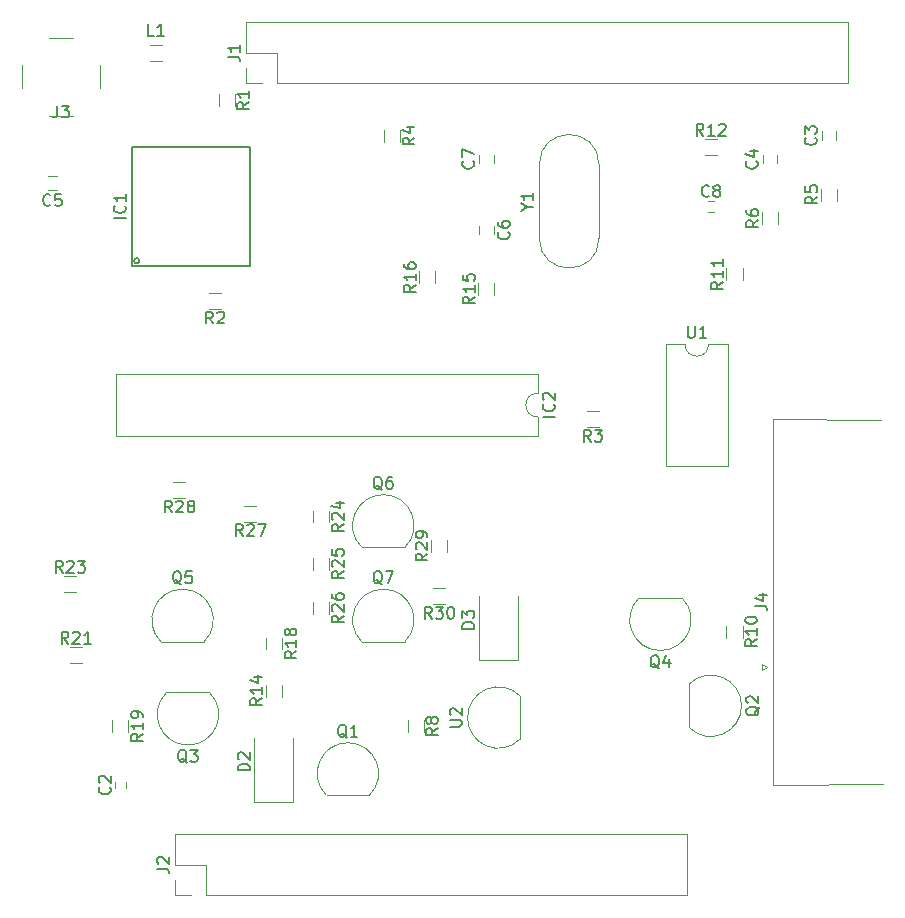
<source format=gbr>
G04 #@! TF.GenerationSoftware,KiCad,Pcbnew,(5.0.1)-3*
G04 #@! TF.CreationDate,2018-11-25T11:45:11-08:00*
G04 #@! TF.ProjectId,DashSight-Mezzanine-Card,4461736853696768742D4D657A7A616E,rev?*
G04 #@! TF.SameCoordinates,Original*
G04 #@! TF.FileFunction,Legend,Top*
G04 #@! TF.FilePolarity,Positive*
%FSLAX46Y46*%
G04 Gerber Fmt 4.6, Leading zero omitted, Abs format (unit mm)*
G04 Created by KiCad (PCBNEW (5.0.1)-3) date 25/11/2018 11:45:11 AM*
%MOMM*%
%LPD*%
G01*
G04 APERTURE LIST*
%ADD10C,0.120000*%
%ADD11C,0.150000*%
G04 APERTURE END LIST*
D10*
G04 #@! TO.C,J4*
X189778675Y-105000000D02*
X189345662Y-105250000D01*
X189345662Y-104750000D02*
X189778675Y-105000000D01*
X189345662Y-105250000D02*
X189345662Y-104750000D01*
X190240000Y-83975000D02*
X199400000Y-84100000D01*
X190240000Y-114945000D02*
X190240000Y-83975000D01*
X199600000Y-114900000D02*
X190240000Y-114945000D01*
D11*
G04 #@! TO.C,IC1*
X136623607Y-70600000D02*
G75*
G03X136623607Y-70600000I-223607J0D01*
G01*
X136000000Y-61000000D02*
X136000000Y-71000000D01*
X146000000Y-61000000D02*
X136000000Y-61000000D01*
X146000000Y-71000000D02*
X146000000Y-61000000D01*
X136000000Y-71000000D02*
X146000000Y-71000000D01*
D10*
G04 #@! TO.C,IC2*
X170330000Y-83810000D02*
G75*
G02X170330000Y-81810000I0J1000000D01*
G01*
X170330000Y-81810000D02*
X170330000Y-80160000D01*
X170330000Y-80160000D02*
X134650000Y-80160000D01*
X134650000Y-80160000D02*
X134650000Y-85460000D01*
X134650000Y-85460000D02*
X170330000Y-85460000D01*
X170330000Y-85460000D02*
X170330000Y-83810000D01*
G04 #@! TO.C,C2*
X134530000Y-114750000D02*
X134530000Y-115250000D01*
X135470000Y-115250000D02*
X135470000Y-114750000D01*
G04 #@! TO.C,C8*
X185250000Y-65530000D02*
X184750000Y-65530000D01*
X184750000Y-66470000D02*
X185250000Y-66470000D01*
G04 #@! TO.C,C3*
X195600000Y-59650000D02*
X195600000Y-60350000D01*
X194400000Y-60350000D02*
X194400000Y-59650000D01*
G04 #@! TO.C,C4*
X190600000Y-61650000D02*
X190600000Y-62350000D01*
X189400000Y-62350000D02*
X189400000Y-61650000D01*
G04 #@! TO.C,C5*
X128900000Y-63400000D02*
X129600000Y-63400000D01*
X129600000Y-64600000D02*
X128900000Y-64600000D01*
G04 #@! TO.C,C6*
X165400000Y-68350000D02*
X165400000Y-67650000D01*
X166600000Y-67650000D02*
X166600000Y-68350000D01*
G04 #@! TO.C,C7*
X166600000Y-61650000D02*
X166600000Y-62350000D01*
X165400000Y-62350000D02*
X165400000Y-61650000D01*
G04 #@! TO.C,J3*
X129000000Y-51700000D02*
X131000000Y-51700000D01*
X129000000Y-58300000D02*
X131000000Y-58300000D01*
X133300000Y-54000000D02*
X133300000Y-56000000D01*
X126700000Y-54000000D02*
X126700000Y-56000000D01*
G04 #@! TO.C,Y1*
X170475000Y-68685000D02*
X170475000Y-62435000D01*
X175525000Y-68685000D02*
X175525000Y-62435000D01*
X175525000Y-68685000D02*
G75*
G02X170475000Y-68685000I-2525000J0D01*
G01*
X175525000Y-62435000D02*
G75*
G03X170475000Y-62435000I-2525000J0D01*
G01*
G04 #@! TO.C,D2*
X146350000Y-116400000D02*
X149650000Y-116400000D01*
X149650000Y-116400000D02*
X149650000Y-111000000D01*
X146350000Y-116400000D02*
X146350000Y-111000000D01*
G04 #@! TO.C,D3*
X165350000Y-104400000D02*
X168650000Y-104400000D01*
X168650000Y-104400000D02*
X168650000Y-99000000D01*
X165350000Y-104400000D02*
X165350000Y-99000000D01*
G04 #@! TO.C,U1*
X184810000Y-77670000D02*
G75*
G02X182810000Y-77670000I-1000000J0D01*
G01*
X182810000Y-77670000D02*
X181160000Y-77670000D01*
X181160000Y-77670000D02*
X181160000Y-87950000D01*
X181160000Y-87950000D02*
X186460000Y-87950000D01*
X186460000Y-87950000D02*
X186460000Y-77670000D01*
X186460000Y-77670000D02*
X184810000Y-77670000D01*
G04 #@! TO.C,L1*
X138500000Y-53680000D02*
X137500000Y-53680000D01*
X137500000Y-52320000D02*
X138500000Y-52320000D01*
G04 #@! TO.C,J2*
X182970000Y-124330000D02*
X182970000Y-119130000D01*
X142270000Y-124330000D02*
X182970000Y-124330000D01*
X139670000Y-119130000D02*
X182970000Y-119130000D01*
X142270000Y-124330000D02*
X142270000Y-121730000D01*
X142270000Y-121730000D02*
X139670000Y-121730000D01*
X139670000Y-121730000D02*
X139670000Y-119130000D01*
X141000000Y-124330000D02*
X139670000Y-124330000D01*
X139670000Y-124330000D02*
X139670000Y-123000000D01*
G04 #@! TO.C,J1*
X196590000Y-55580000D02*
X196590000Y-50380000D01*
X148270000Y-55580000D02*
X196590000Y-55580000D01*
X145670000Y-50380000D02*
X196590000Y-50380000D01*
X148270000Y-55580000D02*
X148270000Y-52980000D01*
X148270000Y-52980000D02*
X145670000Y-52980000D01*
X145670000Y-52980000D02*
X145670000Y-50380000D01*
X147000000Y-55580000D02*
X145670000Y-55580000D01*
X145670000Y-55580000D02*
X145670000Y-54250000D01*
G04 #@! TO.C,R25*
X151320000Y-96750000D02*
X151320000Y-95750000D01*
X152680000Y-95750000D02*
X152680000Y-96750000D01*
G04 #@! TO.C,R26*
X151320000Y-100500000D02*
X151320000Y-99500000D01*
X152680000Y-99500000D02*
X152680000Y-100500000D01*
G04 #@! TO.C,R27*
X145500000Y-91320000D02*
X146500000Y-91320000D01*
X146500000Y-92680000D02*
X145500000Y-92680000D01*
G04 #@! TO.C,R28*
X139500000Y-89320000D02*
X140500000Y-89320000D01*
X140500000Y-90680000D02*
X139500000Y-90680000D01*
G04 #@! TO.C,R29*
X162680000Y-94250000D02*
X162680000Y-95250000D01*
X161320000Y-95250000D02*
X161320000Y-94250000D01*
G04 #@! TO.C,R30*
X161500000Y-98320000D02*
X162500000Y-98320000D01*
X162500000Y-99680000D02*
X161500000Y-99680000D01*
G04 #@! TO.C,R1*
X143320000Y-57500000D02*
X143320000Y-56500000D01*
X144680000Y-56500000D02*
X144680000Y-57500000D01*
G04 #@! TO.C,R23*
X131250000Y-98680000D02*
X130250000Y-98680000D01*
X130250000Y-97320000D02*
X131250000Y-97320000D01*
G04 #@! TO.C,R21*
X131750000Y-104680000D02*
X130750000Y-104680000D01*
X130750000Y-103320000D02*
X131750000Y-103320000D01*
G04 #@! TO.C,R19*
X134320000Y-110500000D02*
X134320000Y-109500000D01*
X135680000Y-109500000D02*
X135680000Y-110500000D01*
G04 #@! TO.C,R2*
X142500000Y-73320000D02*
X143500000Y-73320000D01*
X143500000Y-74680000D02*
X142500000Y-74680000D01*
G04 #@! TO.C,R18*
X147320000Y-103500000D02*
X147320000Y-102500000D01*
X148680000Y-102500000D02*
X148680000Y-103500000D01*
G04 #@! TO.C,R24*
X151320000Y-92750000D02*
X151320000Y-91750000D01*
X152680000Y-91750000D02*
X152680000Y-92750000D01*
G04 #@! TO.C,R16*
X161680000Y-71500000D02*
X161680000Y-72500000D01*
X160320000Y-72500000D02*
X160320000Y-71500000D01*
G04 #@! TO.C,R15*
X166680000Y-72500000D02*
X166680000Y-73500000D01*
X165320000Y-73500000D02*
X165320000Y-72500000D01*
G04 #@! TO.C,R3*
X174500000Y-83320000D02*
X175500000Y-83320000D01*
X175500000Y-84680000D02*
X174500000Y-84680000D01*
G04 #@! TO.C,R12*
X185500000Y-61680000D02*
X184500000Y-61680000D01*
X184500000Y-60320000D02*
X185500000Y-60320000D01*
G04 #@! TO.C,R11*
X187680000Y-71250000D02*
X187680000Y-72250000D01*
X186320000Y-72250000D02*
X186320000Y-71250000D01*
G04 #@! TO.C,R10*
X186320000Y-102500000D02*
X186320000Y-101500000D01*
X187680000Y-101500000D02*
X187680000Y-102500000D01*
G04 #@! TO.C,R6*
X190680000Y-66500000D02*
X190680000Y-67500000D01*
X189320000Y-67500000D02*
X189320000Y-66500000D01*
G04 #@! TO.C,R5*
X195680000Y-64500000D02*
X195680000Y-65500000D01*
X194320000Y-65500000D02*
X194320000Y-64500000D01*
G04 #@! TO.C,R4*
X157320000Y-60500000D02*
X157320000Y-59500000D01*
X158680000Y-59500000D02*
X158680000Y-60500000D01*
G04 #@! TO.C,R14*
X148680000Y-106500000D02*
X148680000Y-107500000D01*
X147320000Y-107500000D02*
X147320000Y-106500000D01*
G04 #@! TO.C,R8*
X159320000Y-110500000D02*
X159320000Y-109500000D01*
X160680000Y-109500000D02*
X160680000Y-110500000D01*
G04 #@! TO.C,U2*
X168850000Y-111070000D02*
X168850000Y-107470000D01*
X168838478Y-111108478D02*
G75*
G02X164400000Y-109270000I-1838478J1838478D01*
G01*
X168838478Y-107431522D02*
G75*
G03X164400000Y-109270000I-1838478J-1838478D01*
G01*
G04 #@! TO.C,Q6*
X155470000Y-94850000D02*
X159070000Y-94850000D01*
X155431522Y-94838478D02*
G75*
G02X157270000Y-90400000I1838478J1838478D01*
G01*
X159108478Y-94838478D02*
G75*
G03X157270000Y-90400000I-1838478J1838478D01*
G01*
G04 #@! TO.C,Q7*
X155470000Y-102850000D02*
X159070000Y-102850000D01*
X155431522Y-102838478D02*
G75*
G02X157270000Y-98400000I1838478J1838478D01*
G01*
X159108478Y-102838478D02*
G75*
G03X157270000Y-98400000I-1838478J1838478D01*
G01*
G04 #@! TO.C,Q1*
X152470000Y-115850000D02*
X156070000Y-115850000D01*
X152431522Y-115838478D02*
G75*
G02X154270000Y-111400000I1838478J1838478D01*
G01*
X156108478Y-115838478D02*
G75*
G03X154270000Y-111400000I-1838478J1838478D01*
G01*
G04 #@! TO.C,Q2*
X183150000Y-106470000D02*
X183150000Y-110070000D01*
X183161522Y-106431522D02*
G75*
G02X187600000Y-108270000I1838478J-1838478D01*
G01*
X183161522Y-110108478D02*
G75*
G03X187600000Y-108270000I1838478J1838478D01*
G01*
G04 #@! TO.C,Q3*
X142530000Y-107150000D02*
X138930000Y-107150000D01*
X142568478Y-107161522D02*
G75*
G02X140730000Y-111600000I-1838478J-1838478D01*
G01*
X138891522Y-107161522D02*
G75*
G03X140730000Y-111600000I1838478J-1838478D01*
G01*
G04 #@! TO.C,Q4*
X182530000Y-99150000D02*
X178930000Y-99150000D01*
X182568478Y-99161522D02*
G75*
G02X180730000Y-103600000I-1838478J-1838478D01*
G01*
X178891522Y-99161522D02*
G75*
G03X180730000Y-103600000I1838478J-1838478D01*
G01*
G04 #@! TO.C,Q5*
X138470000Y-102850000D02*
X142070000Y-102850000D01*
X138431522Y-102838478D02*
G75*
G02X140270000Y-98400000I1838478J1838478D01*
G01*
X142108478Y-102838478D02*
G75*
G03X140270000Y-98400000I-1838478J1838478D01*
G01*
G04 #@! TO.C,J4*
D11*
X188752380Y-99793333D02*
X189466666Y-99793333D01*
X189609523Y-99840952D01*
X189704761Y-99936190D01*
X189752380Y-100079047D01*
X189752380Y-100174285D01*
X189085714Y-98888571D02*
X189752380Y-98888571D01*
X188704761Y-99126666D02*
X189419047Y-99364761D01*
X189419047Y-98745714D01*
G04 #@! TO.C,IC1*
X135452380Y-66976190D02*
X134452380Y-66976190D01*
X135357142Y-65928571D02*
X135404761Y-65976190D01*
X135452380Y-66119047D01*
X135452380Y-66214285D01*
X135404761Y-66357142D01*
X135309523Y-66452380D01*
X135214285Y-66500000D01*
X135023809Y-66547619D01*
X134880952Y-66547619D01*
X134690476Y-66500000D01*
X134595238Y-66452380D01*
X134500000Y-66357142D01*
X134452380Y-66214285D01*
X134452380Y-66119047D01*
X134500000Y-65976190D01*
X134547619Y-65928571D01*
X135452380Y-64976190D02*
X135452380Y-65547619D01*
X135452380Y-65261904D02*
X134452380Y-65261904D01*
X134595238Y-65357142D01*
X134690476Y-65452380D01*
X134738095Y-65547619D01*
G04 #@! TO.C,IC2*
X171782380Y-83786190D02*
X170782380Y-83786190D01*
X171687142Y-82738571D02*
X171734761Y-82786190D01*
X171782380Y-82929047D01*
X171782380Y-83024285D01*
X171734761Y-83167142D01*
X171639523Y-83262380D01*
X171544285Y-83310000D01*
X171353809Y-83357619D01*
X171210952Y-83357619D01*
X171020476Y-83310000D01*
X170925238Y-83262380D01*
X170830000Y-83167142D01*
X170782380Y-83024285D01*
X170782380Y-82929047D01*
X170830000Y-82786190D01*
X170877619Y-82738571D01*
X170877619Y-82357619D02*
X170830000Y-82310000D01*
X170782380Y-82214761D01*
X170782380Y-81976666D01*
X170830000Y-81881428D01*
X170877619Y-81833809D01*
X170972857Y-81786190D01*
X171068095Y-81786190D01*
X171210952Y-81833809D01*
X171782380Y-82405238D01*
X171782380Y-81786190D01*
G04 #@! TO.C,C2*
X134087142Y-115166666D02*
X134134761Y-115214285D01*
X134182380Y-115357142D01*
X134182380Y-115452380D01*
X134134761Y-115595238D01*
X134039523Y-115690476D01*
X133944285Y-115738095D01*
X133753809Y-115785714D01*
X133610952Y-115785714D01*
X133420476Y-115738095D01*
X133325238Y-115690476D01*
X133230000Y-115595238D01*
X133182380Y-115452380D01*
X133182380Y-115357142D01*
X133230000Y-115214285D01*
X133277619Y-115166666D01*
X133277619Y-114785714D02*
X133230000Y-114738095D01*
X133182380Y-114642857D01*
X133182380Y-114404761D01*
X133230000Y-114309523D01*
X133277619Y-114261904D01*
X133372857Y-114214285D01*
X133468095Y-114214285D01*
X133610952Y-114261904D01*
X134182380Y-114833333D01*
X134182380Y-114214285D01*
G04 #@! TO.C,C8*
X184833333Y-65087142D02*
X184785714Y-65134761D01*
X184642857Y-65182380D01*
X184547619Y-65182380D01*
X184404761Y-65134761D01*
X184309523Y-65039523D01*
X184261904Y-64944285D01*
X184214285Y-64753809D01*
X184214285Y-64610952D01*
X184261904Y-64420476D01*
X184309523Y-64325238D01*
X184404761Y-64230000D01*
X184547619Y-64182380D01*
X184642857Y-64182380D01*
X184785714Y-64230000D01*
X184833333Y-64277619D01*
X185404761Y-64610952D02*
X185309523Y-64563333D01*
X185261904Y-64515714D01*
X185214285Y-64420476D01*
X185214285Y-64372857D01*
X185261904Y-64277619D01*
X185309523Y-64230000D01*
X185404761Y-64182380D01*
X185595238Y-64182380D01*
X185690476Y-64230000D01*
X185738095Y-64277619D01*
X185785714Y-64372857D01*
X185785714Y-64420476D01*
X185738095Y-64515714D01*
X185690476Y-64563333D01*
X185595238Y-64610952D01*
X185404761Y-64610952D01*
X185309523Y-64658571D01*
X185261904Y-64706190D01*
X185214285Y-64801428D01*
X185214285Y-64991904D01*
X185261904Y-65087142D01*
X185309523Y-65134761D01*
X185404761Y-65182380D01*
X185595238Y-65182380D01*
X185690476Y-65134761D01*
X185738095Y-65087142D01*
X185785714Y-64991904D01*
X185785714Y-64801428D01*
X185738095Y-64706190D01*
X185690476Y-64658571D01*
X185595238Y-64610952D01*
G04 #@! TO.C,C3*
X193857142Y-60166666D02*
X193904761Y-60214285D01*
X193952380Y-60357142D01*
X193952380Y-60452380D01*
X193904761Y-60595238D01*
X193809523Y-60690476D01*
X193714285Y-60738095D01*
X193523809Y-60785714D01*
X193380952Y-60785714D01*
X193190476Y-60738095D01*
X193095238Y-60690476D01*
X193000000Y-60595238D01*
X192952380Y-60452380D01*
X192952380Y-60357142D01*
X193000000Y-60214285D01*
X193047619Y-60166666D01*
X192952380Y-59833333D02*
X192952380Y-59214285D01*
X193333333Y-59547619D01*
X193333333Y-59404761D01*
X193380952Y-59309523D01*
X193428571Y-59261904D01*
X193523809Y-59214285D01*
X193761904Y-59214285D01*
X193857142Y-59261904D01*
X193904761Y-59309523D01*
X193952380Y-59404761D01*
X193952380Y-59690476D01*
X193904761Y-59785714D01*
X193857142Y-59833333D01*
G04 #@! TO.C,C4*
X188857142Y-62166666D02*
X188904761Y-62214285D01*
X188952380Y-62357142D01*
X188952380Y-62452380D01*
X188904761Y-62595238D01*
X188809523Y-62690476D01*
X188714285Y-62738095D01*
X188523809Y-62785714D01*
X188380952Y-62785714D01*
X188190476Y-62738095D01*
X188095238Y-62690476D01*
X188000000Y-62595238D01*
X187952380Y-62452380D01*
X187952380Y-62357142D01*
X188000000Y-62214285D01*
X188047619Y-62166666D01*
X188285714Y-61309523D02*
X188952380Y-61309523D01*
X187904761Y-61547619D02*
X188619047Y-61785714D01*
X188619047Y-61166666D01*
G04 #@! TO.C,C5*
X129083333Y-65857142D02*
X129035714Y-65904761D01*
X128892857Y-65952380D01*
X128797619Y-65952380D01*
X128654761Y-65904761D01*
X128559523Y-65809523D01*
X128511904Y-65714285D01*
X128464285Y-65523809D01*
X128464285Y-65380952D01*
X128511904Y-65190476D01*
X128559523Y-65095238D01*
X128654761Y-65000000D01*
X128797619Y-64952380D01*
X128892857Y-64952380D01*
X129035714Y-65000000D01*
X129083333Y-65047619D01*
X129988095Y-64952380D02*
X129511904Y-64952380D01*
X129464285Y-65428571D01*
X129511904Y-65380952D01*
X129607142Y-65333333D01*
X129845238Y-65333333D01*
X129940476Y-65380952D01*
X129988095Y-65428571D01*
X130035714Y-65523809D01*
X130035714Y-65761904D01*
X129988095Y-65857142D01*
X129940476Y-65904761D01*
X129845238Y-65952380D01*
X129607142Y-65952380D01*
X129511904Y-65904761D01*
X129464285Y-65857142D01*
G04 #@! TO.C,C6*
X167857142Y-68166666D02*
X167904761Y-68214285D01*
X167952380Y-68357142D01*
X167952380Y-68452380D01*
X167904761Y-68595238D01*
X167809523Y-68690476D01*
X167714285Y-68738095D01*
X167523809Y-68785714D01*
X167380952Y-68785714D01*
X167190476Y-68738095D01*
X167095238Y-68690476D01*
X167000000Y-68595238D01*
X166952380Y-68452380D01*
X166952380Y-68357142D01*
X167000000Y-68214285D01*
X167047619Y-68166666D01*
X166952380Y-67309523D02*
X166952380Y-67500000D01*
X167000000Y-67595238D01*
X167047619Y-67642857D01*
X167190476Y-67738095D01*
X167380952Y-67785714D01*
X167761904Y-67785714D01*
X167857142Y-67738095D01*
X167904761Y-67690476D01*
X167952380Y-67595238D01*
X167952380Y-67404761D01*
X167904761Y-67309523D01*
X167857142Y-67261904D01*
X167761904Y-67214285D01*
X167523809Y-67214285D01*
X167428571Y-67261904D01*
X167380952Y-67309523D01*
X167333333Y-67404761D01*
X167333333Y-67595238D01*
X167380952Y-67690476D01*
X167428571Y-67738095D01*
X167523809Y-67785714D01*
G04 #@! TO.C,C7*
X164857142Y-62166666D02*
X164904761Y-62214285D01*
X164952380Y-62357142D01*
X164952380Y-62452380D01*
X164904761Y-62595238D01*
X164809523Y-62690476D01*
X164714285Y-62738095D01*
X164523809Y-62785714D01*
X164380952Y-62785714D01*
X164190476Y-62738095D01*
X164095238Y-62690476D01*
X164000000Y-62595238D01*
X163952380Y-62452380D01*
X163952380Y-62357142D01*
X164000000Y-62214285D01*
X164047619Y-62166666D01*
X163952380Y-61833333D02*
X163952380Y-61166666D01*
X164952380Y-61595238D01*
G04 #@! TO.C,J3*
X129666666Y-57452380D02*
X129666666Y-58166666D01*
X129619047Y-58309523D01*
X129523809Y-58404761D01*
X129380952Y-58452380D01*
X129285714Y-58452380D01*
X130047619Y-57452380D02*
X130666666Y-57452380D01*
X130333333Y-57833333D01*
X130476190Y-57833333D01*
X130571428Y-57880952D01*
X130619047Y-57928571D01*
X130666666Y-58023809D01*
X130666666Y-58261904D01*
X130619047Y-58357142D01*
X130571428Y-58404761D01*
X130476190Y-58452380D01*
X130190476Y-58452380D01*
X130095238Y-58404761D01*
X130047619Y-58357142D01*
G04 #@! TO.C,Y1*
X169451190Y-66036190D02*
X169927380Y-66036190D01*
X168927380Y-66369523D02*
X169451190Y-66036190D01*
X168927380Y-65702857D01*
X169927380Y-64845714D02*
X169927380Y-65417142D01*
X169927380Y-65131428D02*
X168927380Y-65131428D01*
X169070238Y-65226666D01*
X169165476Y-65321904D01*
X169213095Y-65417142D01*
G04 #@! TO.C,D2*
X145952380Y-113738095D02*
X144952380Y-113738095D01*
X144952380Y-113500000D01*
X145000000Y-113357142D01*
X145095238Y-113261904D01*
X145190476Y-113214285D01*
X145380952Y-113166666D01*
X145523809Y-113166666D01*
X145714285Y-113214285D01*
X145809523Y-113261904D01*
X145904761Y-113357142D01*
X145952380Y-113500000D01*
X145952380Y-113738095D01*
X145047619Y-112785714D02*
X145000000Y-112738095D01*
X144952380Y-112642857D01*
X144952380Y-112404761D01*
X145000000Y-112309523D01*
X145047619Y-112261904D01*
X145142857Y-112214285D01*
X145238095Y-112214285D01*
X145380952Y-112261904D01*
X145952380Y-112833333D01*
X145952380Y-112214285D01*
G04 #@! TO.C,D3*
X164952380Y-101738095D02*
X163952380Y-101738095D01*
X163952380Y-101500000D01*
X164000000Y-101357142D01*
X164095238Y-101261904D01*
X164190476Y-101214285D01*
X164380952Y-101166666D01*
X164523809Y-101166666D01*
X164714285Y-101214285D01*
X164809523Y-101261904D01*
X164904761Y-101357142D01*
X164952380Y-101500000D01*
X164952380Y-101738095D01*
X163952380Y-100833333D02*
X163952380Y-100214285D01*
X164333333Y-100547619D01*
X164333333Y-100404761D01*
X164380952Y-100309523D01*
X164428571Y-100261904D01*
X164523809Y-100214285D01*
X164761904Y-100214285D01*
X164857142Y-100261904D01*
X164904761Y-100309523D01*
X164952380Y-100404761D01*
X164952380Y-100690476D01*
X164904761Y-100785714D01*
X164857142Y-100833333D01*
G04 #@! TO.C,U1*
X183048095Y-76122380D02*
X183048095Y-76931904D01*
X183095714Y-77027142D01*
X183143333Y-77074761D01*
X183238571Y-77122380D01*
X183429047Y-77122380D01*
X183524285Y-77074761D01*
X183571904Y-77027142D01*
X183619523Y-76931904D01*
X183619523Y-76122380D01*
X184619523Y-77122380D02*
X184048095Y-77122380D01*
X184333809Y-77122380D02*
X184333809Y-76122380D01*
X184238571Y-76265238D01*
X184143333Y-76360476D01*
X184048095Y-76408095D01*
G04 #@! TO.C,L1*
X137833333Y-51552380D02*
X137357142Y-51552380D01*
X137357142Y-50552380D01*
X138690476Y-51552380D02*
X138119047Y-51552380D01*
X138404761Y-51552380D02*
X138404761Y-50552380D01*
X138309523Y-50695238D01*
X138214285Y-50790476D01*
X138119047Y-50838095D01*
G04 #@! TO.C,J2*
X138122380Y-122063333D02*
X138836666Y-122063333D01*
X138979523Y-122110952D01*
X139074761Y-122206190D01*
X139122380Y-122349047D01*
X139122380Y-122444285D01*
X138217619Y-121634761D02*
X138170000Y-121587142D01*
X138122380Y-121491904D01*
X138122380Y-121253809D01*
X138170000Y-121158571D01*
X138217619Y-121110952D01*
X138312857Y-121063333D01*
X138408095Y-121063333D01*
X138550952Y-121110952D01*
X139122380Y-121682380D01*
X139122380Y-121063333D01*
G04 #@! TO.C,J1*
X144122380Y-53313333D02*
X144836666Y-53313333D01*
X144979523Y-53360952D01*
X145074761Y-53456190D01*
X145122380Y-53599047D01*
X145122380Y-53694285D01*
X145122380Y-52313333D02*
X145122380Y-52884761D01*
X145122380Y-52599047D02*
X144122380Y-52599047D01*
X144265238Y-52694285D01*
X144360476Y-52789523D01*
X144408095Y-52884761D01*
G04 #@! TO.C,R25*
X153902380Y-96892857D02*
X153426190Y-97226190D01*
X153902380Y-97464285D02*
X152902380Y-97464285D01*
X152902380Y-97083333D01*
X152950000Y-96988095D01*
X152997619Y-96940476D01*
X153092857Y-96892857D01*
X153235714Y-96892857D01*
X153330952Y-96940476D01*
X153378571Y-96988095D01*
X153426190Y-97083333D01*
X153426190Y-97464285D01*
X152997619Y-96511904D02*
X152950000Y-96464285D01*
X152902380Y-96369047D01*
X152902380Y-96130952D01*
X152950000Y-96035714D01*
X152997619Y-95988095D01*
X153092857Y-95940476D01*
X153188095Y-95940476D01*
X153330952Y-95988095D01*
X153902380Y-96559523D01*
X153902380Y-95940476D01*
X152902380Y-95035714D02*
X152902380Y-95511904D01*
X153378571Y-95559523D01*
X153330952Y-95511904D01*
X153283333Y-95416666D01*
X153283333Y-95178571D01*
X153330952Y-95083333D01*
X153378571Y-95035714D01*
X153473809Y-94988095D01*
X153711904Y-94988095D01*
X153807142Y-95035714D01*
X153854761Y-95083333D01*
X153902380Y-95178571D01*
X153902380Y-95416666D01*
X153854761Y-95511904D01*
X153807142Y-95559523D01*
G04 #@! TO.C,R26*
X153902380Y-100642857D02*
X153426190Y-100976190D01*
X153902380Y-101214285D02*
X152902380Y-101214285D01*
X152902380Y-100833333D01*
X152950000Y-100738095D01*
X152997619Y-100690476D01*
X153092857Y-100642857D01*
X153235714Y-100642857D01*
X153330952Y-100690476D01*
X153378571Y-100738095D01*
X153426190Y-100833333D01*
X153426190Y-101214285D01*
X152997619Y-100261904D02*
X152950000Y-100214285D01*
X152902380Y-100119047D01*
X152902380Y-99880952D01*
X152950000Y-99785714D01*
X152997619Y-99738095D01*
X153092857Y-99690476D01*
X153188095Y-99690476D01*
X153330952Y-99738095D01*
X153902380Y-100309523D01*
X153902380Y-99690476D01*
X152902380Y-98833333D02*
X152902380Y-99023809D01*
X152950000Y-99119047D01*
X152997619Y-99166666D01*
X153140476Y-99261904D01*
X153330952Y-99309523D01*
X153711904Y-99309523D01*
X153807142Y-99261904D01*
X153854761Y-99214285D01*
X153902380Y-99119047D01*
X153902380Y-98928571D01*
X153854761Y-98833333D01*
X153807142Y-98785714D01*
X153711904Y-98738095D01*
X153473809Y-98738095D01*
X153378571Y-98785714D01*
X153330952Y-98833333D01*
X153283333Y-98928571D01*
X153283333Y-99119047D01*
X153330952Y-99214285D01*
X153378571Y-99261904D01*
X153473809Y-99309523D01*
G04 #@! TO.C,R27*
X145357142Y-93902380D02*
X145023809Y-93426190D01*
X144785714Y-93902380D02*
X144785714Y-92902380D01*
X145166666Y-92902380D01*
X145261904Y-92950000D01*
X145309523Y-92997619D01*
X145357142Y-93092857D01*
X145357142Y-93235714D01*
X145309523Y-93330952D01*
X145261904Y-93378571D01*
X145166666Y-93426190D01*
X144785714Y-93426190D01*
X145738095Y-92997619D02*
X145785714Y-92950000D01*
X145880952Y-92902380D01*
X146119047Y-92902380D01*
X146214285Y-92950000D01*
X146261904Y-92997619D01*
X146309523Y-93092857D01*
X146309523Y-93188095D01*
X146261904Y-93330952D01*
X145690476Y-93902380D01*
X146309523Y-93902380D01*
X146642857Y-92902380D02*
X147309523Y-92902380D01*
X146880952Y-93902380D01*
G04 #@! TO.C,R28*
X139357142Y-91902380D02*
X139023809Y-91426190D01*
X138785714Y-91902380D02*
X138785714Y-90902380D01*
X139166666Y-90902380D01*
X139261904Y-90950000D01*
X139309523Y-90997619D01*
X139357142Y-91092857D01*
X139357142Y-91235714D01*
X139309523Y-91330952D01*
X139261904Y-91378571D01*
X139166666Y-91426190D01*
X138785714Y-91426190D01*
X139738095Y-90997619D02*
X139785714Y-90950000D01*
X139880952Y-90902380D01*
X140119047Y-90902380D01*
X140214285Y-90950000D01*
X140261904Y-90997619D01*
X140309523Y-91092857D01*
X140309523Y-91188095D01*
X140261904Y-91330952D01*
X139690476Y-91902380D01*
X140309523Y-91902380D01*
X140880952Y-91330952D02*
X140785714Y-91283333D01*
X140738095Y-91235714D01*
X140690476Y-91140476D01*
X140690476Y-91092857D01*
X140738095Y-90997619D01*
X140785714Y-90950000D01*
X140880952Y-90902380D01*
X141071428Y-90902380D01*
X141166666Y-90950000D01*
X141214285Y-90997619D01*
X141261904Y-91092857D01*
X141261904Y-91140476D01*
X141214285Y-91235714D01*
X141166666Y-91283333D01*
X141071428Y-91330952D01*
X140880952Y-91330952D01*
X140785714Y-91378571D01*
X140738095Y-91426190D01*
X140690476Y-91521428D01*
X140690476Y-91711904D01*
X140738095Y-91807142D01*
X140785714Y-91854761D01*
X140880952Y-91902380D01*
X141071428Y-91902380D01*
X141166666Y-91854761D01*
X141214285Y-91807142D01*
X141261904Y-91711904D01*
X141261904Y-91521428D01*
X141214285Y-91426190D01*
X141166666Y-91378571D01*
X141071428Y-91330952D01*
G04 #@! TO.C,R29*
X161002380Y-95392857D02*
X160526190Y-95726190D01*
X161002380Y-95964285D02*
X160002380Y-95964285D01*
X160002380Y-95583333D01*
X160050000Y-95488095D01*
X160097619Y-95440476D01*
X160192857Y-95392857D01*
X160335714Y-95392857D01*
X160430952Y-95440476D01*
X160478571Y-95488095D01*
X160526190Y-95583333D01*
X160526190Y-95964285D01*
X160097619Y-95011904D02*
X160050000Y-94964285D01*
X160002380Y-94869047D01*
X160002380Y-94630952D01*
X160050000Y-94535714D01*
X160097619Y-94488095D01*
X160192857Y-94440476D01*
X160288095Y-94440476D01*
X160430952Y-94488095D01*
X161002380Y-95059523D01*
X161002380Y-94440476D01*
X161002380Y-93964285D02*
X161002380Y-93773809D01*
X160954761Y-93678571D01*
X160907142Y-93630952D01*
X160764285Y-93535714D01*
X160573809Y-93488095D01*
X160192857Y-93488095D01*
X160097619Y-93535714D01*
X160050000Y-93583333D01*
X160002380Y-93678571D01*
X160002380Y-93869047D01*
X160050000Y-93964285D01*
X160097619Y-94011904D01*
X160192857Y-94059523D01*
X160430952Y-94059523D01*
X160526190Y-94011904D01*
X160573809Y-93964285D01*
X160621428Y-93869047D01*
X160621428Y-93678571D01*
X160573809Y-93583333D01*
X160526190Y-93535714D01*
X160430952Y-93488095D01*
G04 #@! TO.C,R30*
X161357142Y-100902380D02*
X161023809Y-100426190D01*
X160785714Y-100902380D02*
X160785714Y-99902380D01*
X161166666Y-99902380D01*
X161261904Y-99950000D01*
X161309523Y-99997619D01*
X161357142Y-100092857D01*
X161357142Y-100235714D01*
X161309523Y-100330952D01*
X161261904Y-100378571D01*
X161166666Y-100426190D01*
X160785714Y-100426190D01*
X161690476Y-99902380D02*
X162309523Y-99902380D01*
X161976190Y-100283333D01*
X162119047Y-100283333D01*
X162214285Y-100330952D01*
X162261904Y-100378571D01*
X162309523Y-100473809D01*
X162309523Y-100711904D01*
X162261904Y-100807142D01*
X162214285Y-100854761D01*
X162119047Y-100902380D01*
X161833333Y-100902380D01*
X161738095Y-100854761D01*
X161690476Y-100807142D01*
X162928571Y-99902380D02*
X163023809Y-99902380D01*
X163119047Y-99950000D01*
X163166666Y-99997619D01*
X163214285Y-100092857D01*
X163261904Y-100283333D01*
X163261904Y-100521428D01*
X163214285Y-100711904D01*
X163166666Y-100807142D01*
X163119047Y-100854761D01*
X163023809Y-100902380D01*
X162928571Y-100902380D01*
X162833333Y-100854761D01*
X162785714Y-100807142D01*
X162738095Y-100711904D01*
X162690476Y-100521428D01*
X162690476Y-100283333D01*
X162738095Y-100092857D01*
X162785714Y-99997619D01*
X162833333Y-99950000D01*
X162928571Y-99902380D01*
G04 #@! TO.C,R1*
X145902380Y-57166666D02*
X145426190Y-57500000D01*
X145902380Y-57738095D02*
X144902380Y-57738095D01*
X144902380Y-57357142D01*
X144950000Y-57261904D01*
X144997619Y-57214285D01*
X145092857Y-57166666D01*
X145235714Y-57166666D01*
X145330952Y-57214285D01*
X145378571Y-57261904D01*
X145426190Y-57357142D01*
X145426190Y-57738095D01*
X145902380Y-56214285D02*
X145902380Y-56785714D01*
X145902380Y-56500000D02*
X144902380Y-56500000D01*
X145045238Y-56595238D01*
X145140476Y-56690476D01*
X145188095Y-56785714D01*
G04 #@! TO.C,R23*
X130107142Y-97002380D02*
X129773809Y-96526190D01*
X129535714Y-97002380D02*
X129535714Y-96002380D01*
X129916666Y-96002380D01*
X130011904Y-96050000D01*
X130059523Y-96097619D01*
X130107142Y-96192857D01*
X130107142Y-96335714D01*
X130059523Y-96430952D01*
X130011904Y-96478571D01*
X129916666Y-96526190D01*
X129535714Y-96526190D01*
X130488095Y-96097619D02*
X130535714Y-96050000D01*
X130630952Y-96002380D01*
X130869047Y-96002380D01*
X130964285Y-96050000D01*
X131011904Y-96097619D01*
X131059523Y-96192857D01*
X131059523Y-96288095D01*
X131011904Y-96430952D01*
X130440476Y-97002380D01*
X131059523Y-97002380D01*
X131392857Y-96002380D02*
X132011904Y-96002380D01*
X131678571Y-96383333D01*
X131821428Y-96383333D01*
X131916666Y-96430952D01*
X131964285Y-96478571D01*
X132011904Y-96573809D01*
X132011904Y-96811904D01*
X131964285Y-96907142D01*
X131916666Y-96954761D01*
X131821428Y-97002380D01*
X131535714Y-97002380D01*
X131440476Y-96954761D01*
X131392857Y-96907142D01*
G04 #@! TO.C,R21*
X130607142Y-103002380D02*
X130273809Y-102526190D01*
X130035714Y-103002380D02*
X130035714Y-102002380D01*
X130416666Y-102002380D01*
X130511904Y-102050000D01*
X130559523Y-102097619D01*
X130607142Y-102192857D01*
X130607142Y-102335714D01*
X130559523Y-102430952D01*
X130511904Y-102478571D01*
X130416666Y-102526190D01*
X130035714Y-102526190D01*
X130988095Y-102097619D02*
X131035714Y-102050000D01*
X131130952Y-102002380D01*
X131369047Y-102002380D01*
X131464285Y-102050000D01*
X131511904Y-102097619D01*
X131559523Y-102192857D01*
X131559523Y-102288095D01*
X131511904Y-102430952D01*
X130940476Y-103002380D01*
X131559523Y-103002380D01*
X132511904Y-103002380D02*
X131940476Y-103002380D01*
X132226190Y-103002380D02*
X132226190Y-102002380D01*
X132130952Y-102145238D01*
X132035714Y-102240476D01*
X131940476Y-102288095D01*
G04 #@! TO.C,R19*
X136902380Y-110642857D02*
X136426190Y-110976190D01*
X136902380Y-111214285D02*
X135902380Y-111214285D01*
X135902380Y-110833333D01*
X135950000Y-110738095D01*
X135997619Y-110690476D01*
X136092857Y-110642857D01*
X136235714Y-110642857D01*
X136330952Y-110690476D01*
X136378571Y-110738095D01*
X136426190Y-110833333D01*
X136426190Y-111214285D01*
X136902380Y-109690476D02*
X136902380Y-110261904D01*
X136902380Y-109976190D02*
X135902380Y-109976190D01*
X136045238Y-110071428D01*
X136140476Y-110166666D01*
X136188095Y-110261904D01*
X136902380Y-109214285D02*
X136902380Y-109023809D01*
X136854761Y-108928571D01*
X136807142Y-108880952D01*
X136664285Y-108785714D01*
X136473809Y-108738095D01*
X136092857Y-108738095D01*
X135997619Y-108785714D01*
X135950000Y-108833333D01*
X135902380Y-108928571D01*
X135902380Y-109119047D01*
X135950000Y-109214285D01*
X135997619Y-109261904D01*
X136092857Y-109309523D01*
X136330952Y-109309523D01*
X136426190Y-109261904D01*
X136473809Y-109214285D01*
X136521428Y-109119047D01*
X136521428Y-108928571D01*
X136473809Y-108833333D01*
X136426190Y-108785714D01*
X136330952Y-108738095D01*
G04 #@! TO.C,R2*
X142833333Y-75902380D02*
X142500000Y-75426190D01*
X142261904Y-75902380D02*
X142261904Y-74902380D01*
X142642857Y-74902380D01*
X142738095Y-74950000D01*
X142785714Y-74997619D01*
X142833333Y-75092857D01*
X142833333Y-75235714D01*
X142785714Y-75330952D01*
X142738095Y-75378571D01*
X142642857Y-75426190D01*
X142261904Y-75426190D01*
X143214285Y-74997619D02*
X143261904Y-74950000D01*
X143357142Y-74902380D01*
X143595238Y-74902380D01*
X143690476Y-74950000D01*
X143738095Y-74997619D01*
X143785714Y-75092857D01*
X143785714Y-75188095D01*
X143738095Y-75330952D01*
X143166666Y-75902380D01*
X143785714Y-75902380D01*
G04 #@! TO.C,R18*
X149902380Y-103642857D02*
X149426190Y-103976190D01*
X149902380Y-104214285D02*
X148902380Y-104214285D01*
X148902380Y-103833333D01*
X148950000Y-103738095D01*
X148997619Y-103690476D01*
X149092857Y-103642857D01*
X149235714Y-103642857D01*
X149330952Y-103690476D01*
X149378571Y-103738095D01*
X149426190Y-103833333D01*
X149426190Y-104214285D01*
X149902380Y-102690476D02*
X149902380Y-103261904D01*
X149902380Y-102976190D02*
X148902380Y-102976190D01*
X149045238Y-103071428D01*
X149140476Y-103166666D01*
X149188095Y-103261904D01*
X149330952Y-102119047D02*
X149283333Y-102214285D01*
X149235714Y-102261904D01*
X149140476Y-102309523D01*
X149092857Y-102309523D01*
X148997619Y-102261904D01*
X148950000Y-102214285D01*
X148902380Y-102119047D01*
X148902380Y-101928571D01*
X148950000Y-101833333D01*
X148997619Y-101785714D01*
X149092857Y-101738095D01*
X149140476Y-101738095D01*
X149235714Y-101785714D01*
X149283333Y-101833333D01*
X149330952Y-101928571D01*
X149330952Y-102119047D01*
X149378571Y-102214285D01*
X149426190Y-102261904D01*
X149521428Y-102309523D01*
X149711904Y-102309523D01*
X149807142Y-102261904D01*
X149854761Y-102214285D01*
X149902380Y-102119047D01*
X149902380Y-101928571D01*
X149854761Y-101833333D01*
X149807142Y-101785714D01*
X149711904Y-101738095D01*
X149521428Y-101738095D01*
X149426190Y-101785714D01*
X149378571Y-101833333D01*
X149330952Y-101928571D01*
G04 #@! TO.C,R24*
X153902380Y-92892857D02*
X153426190Y-93226190D01*
X153902380Y-93464285D02*
X152902380Y-93464285D01*
X152902380Y-93083333D01*
X152950000Y-92988095D01*
X152997619Y-92940476D01*
X153092857Y-92892857D01*
X153235714Y-92892857D01*
X153330952Y-92940476D01*
X153378571Y-92988095D01*
X153426190Y-93083333D01*
X153426190Y-93464285D01*
X152997619Y-92511904D02*
X152950000Y-92464285D01*
X152902380Y-92369047D01*
X152902380Y-92130952D01*
X152950000Y-92035714D01*
X152997619Y-91988095D01*
X153092857Y-91940476D01*
X153188095Y-91940476D01*
X153330952Y-91988095D01*
X153902380Y-92559523D01*
X153902380Y-91940476D01*
X153235714Y-91083333D02*
X153902380Y-91083333D01*
X152854761Y-91321428D02*
X153569047Y-91559523D01*
X153569047Y-90940476D01*
G04 #@! TO.C,R16*
X160002380Y-72642857D02*
X159526190Y-72976190D01*
X160002380Y-73214285D02*
X159002380Y-73214285D01*
X159002380Y-72833333D01*
X159050000Y-72738095D01*
X159097619Y-72690476D01*
X159192857Y-72642857D01*
X159335714Y-72642857D01*
X159430952Y-72690476D01*
X159478571Y-72738095D01*
X159526190Y-72833333D01*
X159526190Y-73214285D01*
X160002380Y-71690476D02*
X160002380Y-72261904D01*
X160002380Y-71976190D02*
X159002380Y-71976190D01*
X159145238Y-72071428D01*
X159240476Y-72166666D01*
X159288095Y-72261904D01*
X159002380Y-70833333D02*
X159002380Y-71023809D01*
X159050000Y-71119047D01*
X159097619Y-71166666D01*
X159240476Y-71261904D01*
X159430952Y-71309523D01*
X159811904Y-71309523D01*
X159907142Y-71261904D01*
X159954761Y-71214285D01*
X160002380Y-71119047D01*
X160002380Y-70928571D01*
X159954761Y-70833333D01*
X159907142Y-70785714D01*
X159811904Y-70738095D01*
X159573809Y-70738095D01*
X159478571Y-70785714D01*
X159430952Y-70833333D01*
X159383333Y-70928571D01*
X159383333Y-71119047D01*
X159430952Y-71214285D01*
X159478571Y-71261904D01*
X159573809Y-71309523D01*
G04 #@! TO.C,R15*
X165002380Y-73642857D02*
X164526190Y-73976190D01*
X165002380Y-74214285D02*
X164002380Y-74214285D01*
X164002380Y-73833333D01*
X164050000Y-73738095D01*
X164097619Y-73690476D01*
X164192857Y-73642857D01*
X164335714Y-73642857D01*
X164430952Y-73690476D01*
X164478571Y-73738095D01*
X164526190Y-73833333D01*
X164526190Y-74214285D01*
X165002380Y-72690476D02*
X165002380Y-73261904D01*
X165002380Y-72976190D02*
X164002380Y-72976190D01*
X164145238Y-73071428D01*
X164240476Y-73166666D01*
X164288095Y-73261904D01*
X164002380Y-71785714D02*
X164002380Y-72261904D01*
X164478571Y-72309523D01*
X164430952Y-72261904D01*
X164383333Y-72166666D01*
X164383333Y-71928571D01*
X164430952Y-71833333D01*
X164478571Y-71785714D01*
X164573809Y-71738095D01*
X164811904Y-71738095D01*
X164907142Y-71785714D01*
X164954761Y-71833333D01*
X165002380Y-71928571D01*
X165002380Y-72166666D01*
X164954761Y-72261904D01*
X164907142Y-72309523D01*
G04 #@! TO.C,R3*
X174833333Y-85902380D02*
X174500000Y-85426190D01*
X174261904Y-85902380D02*
X174261904Y-84902380D01*
X174642857Y-84902380D01*
X174738095Y-84950000D01*
X174785714Y-84997619D01*
X174833333Y-85092857D01*
X174833333Y-85235714D01*
X174785714Y-85330952D01*
X174738095Y-85378571D01*
X174642857Y-85426190D01*
X174261904Y-85426190D01*
X175166666Y-84902380D02*
X175785714Y-84902380D01*
X175452380Y-85283333D01*
X175595238Y-85283333D01*
X175690476Y-85330952D01*
X175738095Y-85378571D01*
X175785714Y-85473809D01*
X175785714Y-85711904D01*
X175738095Y-85807142D01*
X175690476Y-85854761D01*
X175595238Y-85902380D01*
X175309523Y-85902380D01*
X175214285Y-85854761D01*
X175166666Y-85807142D01*
G04 #@! TO.C,R12*
X184357142Y-60002380D02*
X184023809Y-59526190D01*
X183785714Y-60002380D02*
X183785714Y-59002380D01*
X184166666Y-59002380D01*
X184261904Y-59050000D01*
X184309523Y-59097619D01*
X184357142Y-59192857D01*
X184357142Y-59335714D01*
X184309523Y-59430952D01*
X184261904Y-59478571D01*
X184166666Y-59526190D01*
X183785714Y-59526190D01*
X185309523Y-60002380D02*
X184738095Y-60002380D01*
X185023809Y-60002380D02*
X185023809Y-59002380D01*
X184928571Y-59145238D01*
X184833333Y-59240476D01*
X184738095Y-59288095D01*
X185690476Y-59097619D02*
X185738095Y-59050000D01*
X185833333Y-59002380D01*
X186071428Y-59002380D01*
X186166666Y-59050000D01*
X186214285Y-59097619D01*
X186261904Y-59192857D01*
X186261904Y-59288095D01*
X186214285Y-59430952D01*
X185642857Y-60002380D01*
X186261904Y-60002380D01*
G04 #@! TO.C,R11*
X186002380Y-72392857D02*
X185526190Y-72726190D01*
X186002380Y-72964285D02*
X185002380Y-72964285D01*
X185002380Y-72583333D01*
X185050000Y-72488095D01*
X185097619Y-72440476D01*
X185192857Y-72392857D01*
X185335714Y-72392857D01*
X185430952Y-72440476D01*
X185478571Y-72488095D01*
X185526190Y-72583333D01*
X185526190Y-72964285D01*
X186002380Y-71440476D02*
X186002380Y-72011904D01*
X186002380Y-71726190D02*
X185002380Y-71726190D01*
X185145238Y-71821428D01*
X185240476Y-71916666D01*
X185288095Y-72011904D01*
X186002380Y-70488095D02*
X186002380Y-71059523D01*
X186002380Y-70773809D02*
X185002380Y-70773809D01*
X185145238Y-70869047D01*
X185240476Y-70964285D01*
X185288095Y-71059523D01*
G04 #@! TO.C,R10*
X188902380Y-102642857D02*
X188426190Y-102976190D01*
X188902380Y-103214285D02*
X187902380Y-103214285D01*
X187902380Y-102833333D01*
X187950000Y-102738095D01*
X187997619Y-102690476D01*
X188092857Y-102642857D01*
X188235714Y-102642857D01*
X188330952Y-102690476D01*
X188378571Y-102738095D01*
X188426190Y-102833333D01*
X188426190Y-103214285D01*
X188902380Y-101690476D02*
X188902380Y-102261904D01*
X188902380Y-101976190D02*
X187902380Y-101976190D01*
X188045238Y-102071428D01*
X188140476Y-102166666D01*
X188188095Y-102261904D01*
X187902380Y-101071428D02*
X187902380Y-100976190D01*
X187950000Y-100880952D01*
X187997619Y-100833333D01*
X188092857Y-100785714D01*
X188283333Y-100738095D01*
X188521428Y-100738095D01*
X188711904Y-100785714D01*
X188807142Y-100833333D01*
X188854761Y-100880952D01*
X188902380Y-100976190D01*
X188902380Y-101071428D01*
X188854761Y-101166666D01*
X188807142Y-101214285D01*
X188711904Y-101261904D01*
X188521428Y-101309523D01*
X188283333Y-101309523D01*
X188092857Y-101261904D01*
X187997619Y-101214285D01*
X187950000Y-101166666D01*
X187902380Y-101071428D01*
G04 #@! TO.C,R6*
X189002380Y-67166666D02*
X188526190Y-67500000D01*
X189002380Y-67738095D02*
X188002380Y-67738095D01*
X188002380Y-67357142D01*
X188050000Y-67261904D01*
X188097619Y-67214285D01*
X188192857Y-67166666D01*
X188335714Y-67166666D01*
X188430952Y-67214285D01*
X188478571Y-67261904D01*
X188526190Y-67357142D01*
X188526190Y-67738095D01*
X188002380Y-66309523D02*
X188002380Y-66500000D01*
X188050000Y-66595238D01*
X188097619Y-66642857D01*
X188240476Y-66738095D01*
X188430952Y-66785714D01*
X188811904Y-66785714D01*
X188907142Y-66738095D01*
X188954761Y-66690476D01*
X189002380Y-66595238D01*
X189002380Y-66404761D01*
X188954761Y-66309523D01*
X188907142Y-66261904D01*
X188811904Y-66214285D01*
X188573809Y-66214285D01*
X188478571Y-66261904D01*
X188430952Y-66309523D01*
X188383333Y-66404761D01*
X188383333Y-66595238D01*
X188430952Y-66690476D01*
X188478571Y-66738095D01*
X188573809Y-66785714D01*
G04 #@! TO.C,R5*
X194002380Y-65166666D02*
X193526190Y-65500000D01*
X194002380Y-65738095D02*
X193002380Y-65738095D01*
X193002380Y-65357142D01*
X193050000Y-65261904D01*
X193097619Y-65214285D01*
X193192857Y-65166666D01*
X193335714Y-65166666D01*
X193430952Y-65214285D01*
X193478571Y-65261904D01*
X193526190Y-65357142D01*
X193526190Y-65738095D01*
X193002380Y-64261904D02*
X193002380Y-64738095D01*
X193478571Y-64785714D01*
X193430952Y-64738095D01*
X193383333Y-64642857D01*
X193383333Y-64404761D01*
X193430952Y-64309523D01*
X193478571Y-64261904D01*
X193573809Y-64214285D01*
X193811904Y-64214285D01*
X193907142Y-64261904D01*
X193954761Y-64309523D01*
X194002380Y-64404761D01*
X194002380Y-64642857D01*
X193954761Y-64738095D01*
X193907142Y-64785714D01*
G04 #@! TO.C,R4*
X159902380Y-60166666D02*
X159426190Y-60500000D01*
X159902380Y-60738095D02*
X158902380Y-60738095D01*
X158902380Y-60357142D01*
X158950000Y-60261904D01*
X158997619Y-60214285D01*
X159092857Y-60166666D01*
X159235714Y-60166666D01*
X159330952Y-60214285D01*
X159378571Y-60261904D01*
X159426190Y-60357142D01*
X159426190Y-60738095D01*
X159235714Y-59309523D02*
X159902380Y-59309523D01*
X158854761Y-59547619D02*
X159569047Y-59785714D01*
X159569047Y-59166666D01*
G04 #@! TO.C,R14*
X147002380Y-107642857D02*
X146526190Y-107976190D01*
X147002380Y-108214285D02*
X146002380Y-108214285D01*
X146002380Y-107833333D01*
X146050000Y-107738095D01*
X146097619Y-107690476D01*
X146192857Y-107642857D01*
X146335714Y-107642857D01*
X146430952Y-107690476D01*
X146478571Y-107738095D01*
X146526190Y-107833333D01*
X146526190Y-108214285D01*
X147002380Y-106690476D02*
X147002380Y-107261904D01*
X147002380Y-106976190D02*
X146002380Y-106976190D01*
X146145238Y-107071428D01*
X146240476Y-107166666D01*
X146288095Y-107261904D01*
X146335714Y-105833333D02*
X147002380Y-105833333D01*
X145954761Y-106071428D02*
X146669047Y-106309523D01*
X146669047Y-105690476D01*
G04 #@! TO.C,R8*
X161902380Y-110166666D02*
X161426190Y-110500000D01*
X161902380Y-110738095D02*
X160902380Y-110738095D01*
X160902380Y-110357142D01*
X160950000Y-110261904D01*
X160997619Y-110214285D01*
X161092857Y-110166666D01*
X161235714Y-110166666D01*
X161330952Y-110214285D01*
X161378571Y-110261904D01*
X161426190Y-110357142D01*
X161426190Y-110738095D01*
X161330952Y-109595238D02*
X161283333Y-109690476D01*
X161235714Y-109738095D01*
X161140476Y-109785714D01*
X161092857Y-109785714D01*
X160997619Y-109738095D01*
X160950000Y-109690476D01*
X160902380Y-109595238D01*
X160902380Y-109404761D01*
X160950000Y-109309523D01*
X160997619Y-109261904D01*
X161092857Y-109214285D01*
X161140476Y-109214285D01*
X161235714Y-109261904D01*
X161283333Y-109309523D01*
X161330952Y-109404761D01*
X161330952Y-109595238D01*
X161378571Y-109690476D01*
X161426190Y-109738095D01*
X161521428Y-109785714D01*
X161711904Y-109785714D01*
X161807142Y-109738095D01*
X161854761Y-109690476D01*
X161902380Y-109595238D01*
X161902380Y-109404761D01*
X161854761Y-109309523D01*
X161807142Y-109261904D01*
X161711904Y-109214285D01*
X161521428Y-109214285D01*
X161426190Y-109261904D01*
X161378571Y-109309523D01*
X161330952Y-109404761D01*
G04 #@! TO.C,U2*
X162892380Y-110031904D02*
X163701904Y-110031904D01*
X163797142Y-109984285D01*
X163844761Y-109936666D01*
X163892380Y-109841428D01*
X163892380Y-109650952D01*
X163844761Y-109555714D01*
X163797142Y-109508095D01*
X163701904Y-109460476D01*
X162892380Y-109460476D01*
X162987619Y-109031904D02*
X162940000Y-108984285D01*
X162892380Y-108889047D01*
X162892380Y-108650952D01*
X162940000Y-108555714D01*
X162987619Y-108508095D01*
X163082857Y-108460476D01*
X163178095Y-108460476D01*
X163320952Y-108508095D01*
X163892380Y-109079523D01*
X163892380Y-108460476D01*
G04 #@! TO.C,Q6*
X157174761Y-89987619D02*
X157079523Y-89940000D01*
X156984285Y-89844761D01*
X156841428Y-89701904D01*
X156746190Y-89654285D01*
X156650952Y-89654285D01*
X156698571Y-89892380D02*
X156603333Y-89844761D01*
X156508095Y-89749523D01*
X156460476Y-89559047D01*
X156460476Y-89225714D01*
X156508095Y-89035238D01*
X156603333Y-88940000D01*
X156698571Y-88892380D01*
X156889047Y-88892380D01*
X156984285Y-88940000D01*
X157079523Y-89035238D01*
X157127142Y-89225714D01*
X157127142Y-89559047D01*
X157079523Y-89749523D01*
X156984285Y-89844761D01*
X156889047Y-89892380D01*
X156698571Y-89892380D01*
X157984285Y-88892380D02*
X157793809Y-88892380D01*
X157698571Y-88940000D01*
X157650952Y-88987619D01*
X157555714Y-89130476D01*
X157508095Y-89320952D01*
X157508095Y-89701904D01*
X157555714Y-89797142D01*
X157603333Y-89844761D01*
X157698571Y-89892380D01*
X157889047Y-89892380D01*
X157984285Y-89844761D01*
X158031904Y-89797142D01*
X158079523Y-89701904D01*
X158079523Y-89463809D01*
X158031904Y-89368571D01*
X157984285Y-89320952D01*
X157889047Y-89273333D01*
X157698571Y-89273333D01*
X157603333Y-89320952D01*
X157555714Y-89368571D01*
X157508095Y-89463809D01*
G04 #@! TO.C,Q7*
X157174761Y-97987619D02*
X157079523Y-97940000D01*
X156984285Y-97844761D01*
X156841428Y-97701904D01*
X156746190Y-97654285D01*
X156650952Y-97654285D01*
X156698571Y-97892380D02*
X156603333Y-97844761D01*
X156508095Y-97749523D01*
X156460476Y-97559047D01*
X156460476Y-97225714D01*
X156508095Y-97035238D01*
X156603333Y-96940000D01*
X156698571Y-96892380D01*
X156889047Y-96892380D01*
X156984285Y-96940000D01*
X157079523Y-97035238D01*
X157127142Y-97225714D01*
X157127142Y-97559047D01*
X157079523Y-97749523D01*
X156984285Y-97844761D01*
X156889047Y-97892380D01*
X156698571Y-97892380D01*
X157460476Y-96892380D02*
X158127142Y-96892380D01*
X157698571Y-97892380D01*
G04 #@! TO.C,Q1*
X154174761Y-110987619D02*
X154079523Y-110940000D01*
X153984285Y-110844761D01*
X153841428Y-110701904D01*
X153746190Y-110654285D01*
X153650952Y-110654285D01*
X153698571Y-110892380D02*
X153603333Y-110844761D01*
X153508095Y-110749523D01*
X153460476Y-110559047D01*
X153460476Y-110225714D01*
X153508095Y-110035238D01*
X153603333Y-109940000D01*
X153698571Y-109892380D01*
X153889047Y-109892380D01*
X153984285Y-109940000D01*
X154079523Y-110035238D01*
X154127142Y-110225714D01*
X154127142Y-110559047D01*
X154079523Y-110749523D01*
X153984285Y-110844761D01*
X153889047Y-110892380D01*
X153698571Y-110892380D01*
X155079523Y-110892380D02*
X154508095Y-110892380D01*
X154793809Y-110892380D02*
X154793809Y-109892380D01*
X154698571Y-110035238D01*
X154603333Y-110130476D01*
X154508095Y-110178095D01*
G04 #@! TO.C,Q2*
X189107619Y-108365238D02*
X189060000Y-108460476D01*
X188964761Y-108555714D01*
X188821904Y-108698571D01*
X188774285Y-108793809D01*
X188774285Y-108889047D01*
X189012380Y-108841428D02*
X188964761Y-108936666D01*
X188869523Y-109031904D01*
X188679047Y-109079523D01*
X188345714Y-109079523D01*
X188155238Y-109031904D01*
X188060000Y-108936666D01*
X188012380Y-108841428D01*
X188012380Y-108650952D01*
X188060000Y-108555714D01*
X188155238Y-108460476D01*
X188345714Y-108412857D01*
X188679047Y-108412857D01*
X188869523Y-108460476D01*
X188964761Y-108555714D01*
X189012380Y-108650952D01*
X189012380Y-108841428D01*
X188107619Y-108031904D02*
X188060000Y-107984285D01*
X188012380Y-107889047D01*
X188012380Y-107650952D01*
X188060000Y-107555714D01*
X188107619Y-107508095D01*
X188202857Y-107460476D01*
X188298095Y-107460476D01*
X188440952Y-107508095D01*
X189012380Y-108079523D01*
X189012380Y-107460476D01*
G04 #@! TO.C,Q3*
X140634761Y-113107619D02*
X140539523Y-113060000D01*
X140444285Y-112964761D01*
X140301428Y-112821904D01*
X140206190Y-112774285D01*
X140110952Y-112774285D01*
X140158571Y-113012380D02*
X140063333Y-112964761D01*
X139968095Y-112869523D01*
X139920476Y-112679047D01*
X139920476Y-112345714D01*
X139968095Y-112155238D01*
X140063333Y-112060000D01*
X140158571Y-112012380D01*
X140349047Y-112012380D01*
X140444285Y-112060000D01*
X140539523Y-112155238D01*
X140587142Y-112345714D01*
X140587142Y-112679047D01*
X140539523Y-112869523D01*
X140444285Y-112964761D01*
X140349047Y-113012380D01*
X140158571Y-113012380D01*
X140920476Y-112012380D02*
X141539523Y-112012380D01*
X141206190Y-112393333D01*
X141349047Y-112393333D01*
X141444285Y-112440952D01*
X141491904Y-112488571D01*
X141539523Y-112583809D01*
X141539523Y-112821904D01*
X141491904Y-112917142D01*
X141444285Y-112964761D01*
X141349047Y-113012380D01*
X141063333Y-113012380D01*
X140968095Y-112964761D01*
X140920476Y-112917142D01*
G04 #@! TO.C,Q4*
X180634761Y-105107619D02*
X180539523Y-105060000D01*
X180444285Y-104964761D01*
X180301428Y-104821904D01*
X180206190Y-104774285D01*
X180110952Y-104774285D01*
X180158571Y-105012380D02*
X180063333Y-104964761D01*
X179968095Y-104869523D01*
X179920476Y-104679047D01*
X179920476Y-104345714D01*
X179968095Y-104155238D01*
X180063333Y-104060000D01*
X180158571Y-104012380D01*
X180349047Y-104012380D01*
X180444285Y-104060000D01*
X180539523Y-104155238D01*
X180587142Y-104345714D01*
X180587142Y-104679047D01*
X180539523Y-104869523D01*
X180444285Y-104964761D01*
X180349047Y-105012380D01*
X180158571Y-105012380D01*
X181444285Y-104345714D02*
X181444285Y-105012380D01*
X181206190Y-103964761D02*
X180968095Y-104679047D01*
X181587142Y-104679047D01*
G04 #@! TO.C,Q5*
X140174761Y-97987619D02*
X140079523Y-97940000D01*
X139984285Y-97844761D01*
X139841428Y-97701904D01*
X139746190Y-97654285D01*
X139650952Y-97654285D01*
X139698571Y-97892380D02*
X139603333Y-97844761D01*
X139508095Y-97749523D01*
X139460476Y-97559047D01*
X139460476Y-97225714D01*
X139508095Y-97035238D01*
X139603333Y-96940000D01*
X139698571Y-96892380D01*
X139889047Y-96892380D01*
X139984285Y-96940000D01*
X140079523Y-97035238D01*
X140127142Y-97225714D01*
X140127142Y-97559047D01*
X140079523Y-97749523D01*
X139984285Y-97844761D01*
X139889047Y-97892380D01*
X139698571Y-97892380D01*
X141031904Y-96892380D02*
X140555714Y-96892380D01*
X140508095Y-97368571D01*
X140555714Y-97320952D01*
X140650952Y-97273333D01*
X140889047Y-97273333D01*
X140984285Y-97320952D01*
X141031904Y-97368571D01*
X141079523Y-97463809D01*
X141079523Y-97701904D01*
X141031904Y-97797142D01*
X140984285Y-97844761D01*
X140889047Y-97892380D01*
X140650952Y-97892380D01*
X140555714Y-97844761D01*
X140508095Y-97797142D01*
G04 #@! TD*
M02*

</source>
